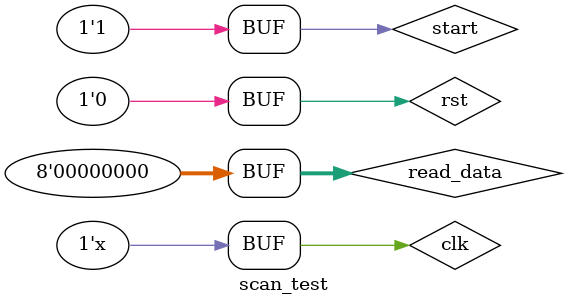
<source format=v>
`timescale 1ns / 1ps


module scan_test;

	// Inputs
	reg [7:0] read_data;
	reg clk,rst,start;

	// Outputs
	wire [13:0] read_select;
	wire [7:0] data_out;
	wire scan_start;
	

	// Instantiate the Unit Under Test (UUT)
	scan uut (
		.read_select(read_select), 
		.read_data(read_data), 
		.data_out(data_out), 
		.clk(clk),
		.rst(rst),
		.start(start),
		.scan_start(scan_start)
	);
always #5 clk=~clk;
	initial begin
		// Initialize Inputs
		read_data = 0;
		clk = 0;
		rst=0;
		start=1;

		// Wait 100 ns for global reset to finish
		#100;
        
		// Add stimulus here

	end
      
endmodule


</source>
